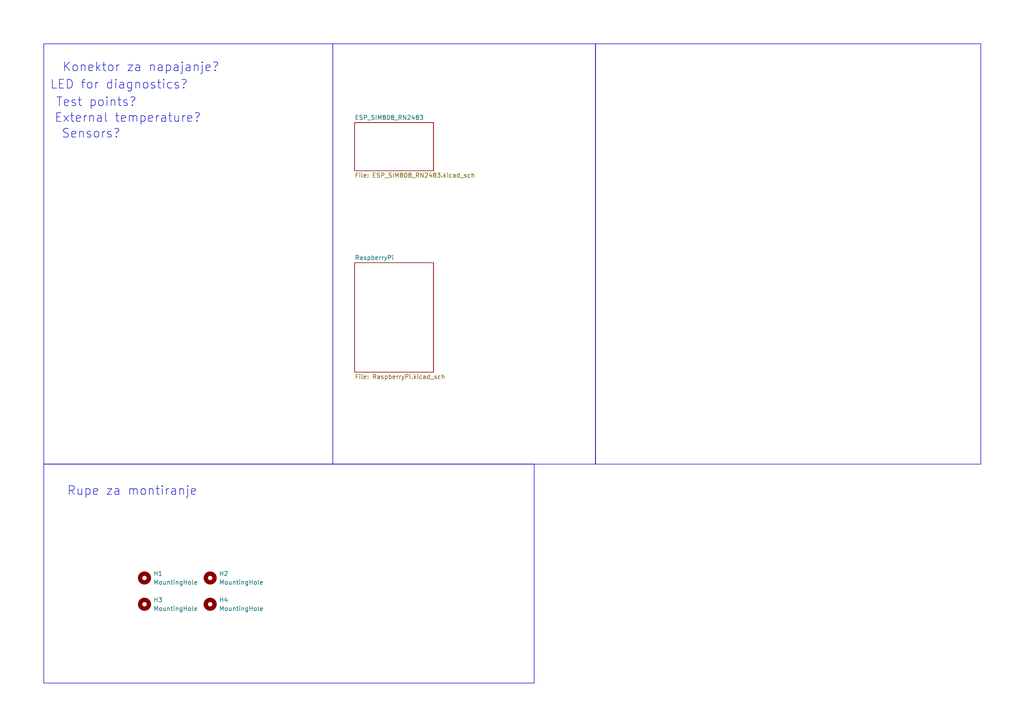
<source format=kicad_sch>
(kicad_sch (version 20250114) (generator "eeschema") (generator_version "9.0")
  (paper "A4")
  (title_block (title "##Redna i paralelna otpornost") (date "14.02.2025."))
  (lib_symbols
    (symbol "Mechanical:MountingHole" (pin_names (offset 1.016))
      (property "Reference" "H" (at 0 5.08 0))
      (property "Value" "MountingHole" (at 0 3.175 0))
      (symbol "MountingHole_0_1"
        (circle (center 0 0) (radius 1.27) (stroke (width 1.27)))
      )
    )
  )
  (rectangle (start 12.7 12.7) (end 96.52 134.62))
  (rectangle (start 96.52 12.7) (end 172.72 134.62))
  (rectangle (start 12.7 134.62) (end 154.94 198.12))
  (rectangle (start 172.72 12.7) (end 284.48 134.62))
  (text "Konektor za napajanje?" (at 18.034 21.082 0) (effects (font (size 2.54 2.54)) (justify left bottom)))
  (text "LED for diagnostics?" (at 34.544 24.638 0) (effects (font (size 2.54 2.54))))
  (text "Rupe za montiranje" (at 38.354 142.494 0) (effects (font (size 2.54 2.54))))
  (text "Sensors?" (at 26.416 38.862 0) (effects (font (size 2.54 2.54))))
  (text "Test points?" (at 27.94 29.718 0) (effects (font (size 2.54 2.54))))
  (text "External temperature?" (at 37.084 34.29 0) (effects (font (size 2.54 2.54))))
  (symbol (lib_id "Mechanical:MountingHole") (at 41.91 175.26 0) (unit 1)
    (property "Reference" "H3" (at 44.45 173.99 0) (effects (justify left)))
    (property "Value" "MountingHole" (at 44.45 176.53 0) (effects (justify left)))
    (property "Footprint" "MountingHole:MountingHole_3.2mm_M3_ISO14580_Pad_TopBottom" (effects (hide yes)))
  )
  (symbol (lib_id "Mechanical:MountingHole") (at 60.96 167.64 0) (unit 1)
    (property "Reference" "H2" (at 63.5 166.37 0) (effects (justify left)))
    (property "Value" "MountingHole" (at 63.5 168.91 0) (effects (justify left)))
    (property "Footprint" "MountingHole:MountingHole_3.2mm_M3_ISO14580_Pad_TopBottom" (effects (hide yes)))
  )
  (symbol (lib_id "Mechanical:MountingHole") (at 41.91 167.64 0) (unit 1)
    (property "Reference" "H1" (at 44.45 166.37 0) (effects (justify left)))
    (property "Value" "MountingHole" (at 44.45 168.91 0) (effects (justify left)))
    (property "Footprint" "MountingHole:MountingHole_3.2mm_M3_ISO14580_Pad_TopBottom" (effects (hide yes)))
  )
  (symbol (lib_id "Mechanical:MountingHole") (at 60.96 175.26 0) (unit 1)
    (property "Reference" "H4" (at 63.5 173.99 0) (effects (justify left)))
    (property "Value" "MountingHole" (at 63.5 176.53 0) (effects (justify left)))
    (property "Footprint" "MountingHole:MountingHole_3.2mm_M3_ISO14580_Pad_TopBottom" (effects (hide yes)))
  )
  (sheet (at 102.87 76.2) (size 22.86 31.75) (stroke (width 0.1524))
    (property "Sheetname" "RaspberryPi" (at 102.87 75.4884 0) (effects (justify left bottom)))
    (property "Sheetfile" "RaspberryPi.kicad_sch" (at 102.87 108.5346 0) (effects (justify left top)))
  )
  (sheet (at 102.87 35.56) (size 22.86 13.97) (stroke (width 0.1524))
    (property "Sheetname" "ESP_SIM808_RN2483" (at 102.87 34.8484 0) (effects (justify left bottom)))
    (property "Sheetfile" "ESP_SIM808_RN2483.kicad_sch" (at 102.87 50.1146 0) (effects (justify left top)))
  )
)
</source>
